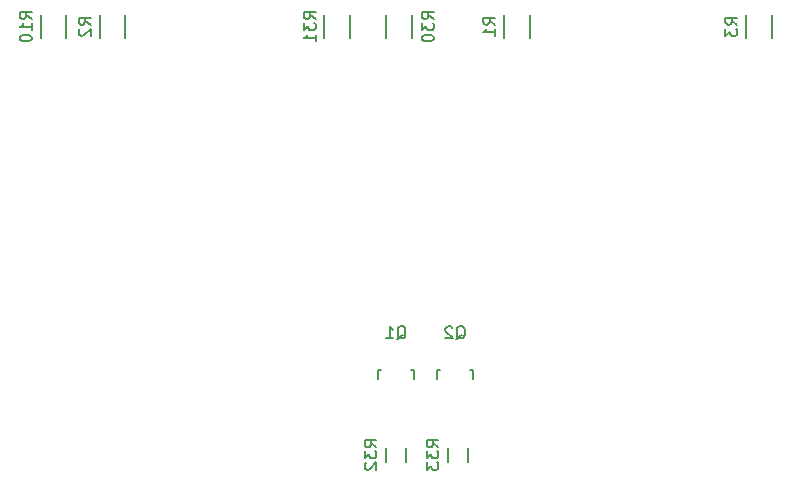
<source format=gbo>
G04 #@! TF.FileFunction,Legend,Bot*
%FSLAX46Y46*%
G04 Gerber Fmt 4.6, Leading zero omitted, Abs format (unit mm)*
G04 Created by KiCad (PCBNEW 4.0.4-stable) date 11/21/16 23:00:24*
%MOMM*%
%LPD*%
G01*
G04 APERTURE LIST*
%ADD10C,0.100000*%
%ADD11C,0.150000*%
G04 APERTURE END LIST*
D10*
D11*
X127125000Y-88600000D02*
X127125000Y-87400000D01*
X125375000Y-87400000D02*
X125375000Y-88600000D01*
X132375000Y-88600000D02*
X132375000Y-87400000D01*
X130625000Y-87400000D02*
X130625000Y-88600000D01*
X127749820Y-81550800D02*
X127749820Y-80849760D01*
X127749820Y-80849760D02*
X127500900Y-80849760D01*
X124950840Y-80849760D02*
X124750180Y-80849760D01*
X124750180Y-80849760D02*
X124750180Y-81550800D01*
X132749820Y-81550800D02*
X132749820Y-80849760D01*
X132749820Y-80849760D02*
X132500900Y-80849760D01*
X129950840Y-80849760D02*
X129750180Y-80849760D01*
X129750180Y-80849760D02*
X129750180Y-81550800D01*
X137575000Y-52750000D02*
X137575000Y-50750000D01*
X135425000Y-50750000D02*
X135425000Y-52750000D01*
X103325000Y-52750000D02*
X103325000Y-50750000D01*
X101175000Y-50750000D02*
X101175000Y-52750000D01*
X158075000Y-52750000D02*
X158075000Y-50750000D01*
X155925000Y-50750000D02*
X155925000Y-52750000D01*
X98325000Y-52750000D02*
X98325000Y-50750000D01*
X96175000Y-50750000D02*
X96175000Y-52750000D01*
X125425000Y-50750000D02*
X125425000Y-52750000D01*
X127575000Y-52750000D02*
X127575000Y-50750000D01*
X120175000Y-50750000D02*
X120175000Y-52750000D01*
X122325000Y-52750000D02*
X122325000Y-50750000D01*
X124602381Y-87357143D02*
X124126190Y-87023809D01*
X124602381Y-86785714D02*
X123602381Y-86785714D01*
X123602381Y-87166667D01*
X123650000Y-87261905D01*
X123697619Y-87309524D01*
X123792857Y-87357143D01*
X123935714Y-87357143D01*
X124030952Y-87309524D01*
X124078571Y-87261905D01*
X124126190Y-87166667D01*
X124126190Y-86785714D01*
X123602381Y-87690476D02*
X123602381Y-88309524D01*
X123983333Y-87976190D01*
X123983333Y-88119048D01*
X124030952Y-88214286D01*
X124078571Y-88261905D01*
X124173810Y-88309524D01*
X124411905Y-88309524D01*
X124507143Y-88261905D01*
X124554762Y-88214286D01*
X124602381Y-88119048D01*
X124602381Y-87833333D01*
X124554762Y-87738095D01*
X124507143Y-87690476D01*
X123697619Y-88690476D02*
X123650000Y-88738095D01*
X123602381Y-88833333D01*
X123602381Y-89071429D01*
X123650000Y-89166667D01*
X123697619Y-89214286D01*
X123792857Y-89261905D01*
X123888095Y-89261905D01*
X124030952Y-89214286D01*
X124602381Y-88642857D01*
X124602381Y-89261905D01*
X129852381Y-87357143D02*
X129376190Y-87023809D01*
X129852381Y-86785714D02*
X128852381Y-86785714D01*
X128852381Y-87166667D01*
X128900000Y-87261905D01*
X128947619Y-87309524D01*
X129042857Y-87357143D01*
X129185714Y-87357143D01*
X129280952Y-87309524D01*
X129328571Y-87261905D01*
X129376190Y-87166667D01*
X129376190Y-86785714D01*
X128852381Y-87690476D02*
X128852381Y-88309524D01*
X129233333Y-87976190D01*
X129233333Y-88119048D01*
X129280952Y-88214286D01*
X129328571Y-88261905D01*
X129423810Y-88309524D01*
X129661905Y-88309524D01*
X129757143Y-88261905D01*
X129804762Y-88214286D01*
X129852381Y-88119048D01*
X129852381Y-87833333D01*
X129804762Y-87738095D01*
X129757143Y-87690476D01*
X128852381Y-88642857D02*
X128852381Y-89261905D01*
X129233333Y-88928571D01*
X129233333Y-89071429D01*
X129280952Y-89166667D01*
X129328571Y-89214286D01*
X129423810Y-89261905D01*
X129661905Y-89261905D01*
X129757143Y-89214286D01*
X129804762Y-89166667D01*
X129852381Y-89071429D01*
X129852381Y-88785714D01*
X129804762Y-88690476D01*
X129757143Y-88642857D01*
X126345238Y-78237619D02*
X126440476Y-78190000D01*
X126535714Y-78094762D01*
X126678571Y-77951905D01*
X126773810Y-77904286D01*
X126869048Y-77904286D01*
X126821429Y-78142381D02*
X126916667Y-78094762D01*
X127011905Y-77999524D01*
X127059524Y-77809048D01*
X127059524Y-77475714D01*
X127011905Y-77285238D01*
X126916667Y-77190000D01*
X126821429Y-77142381D01*
X126630952Y-77142381D01*
X126535714Y-77190000D01*
X126440476Y-77285238D01*
X126392857Y-77475714D01*
X126392857Y-77809048D01*
X126440476Y-77999524D01*
X126535714Y-78094762D01*
X126630952Y-78142381D01*
X126821429Y-78142381D01*
X125440476Y-78142381D02*
X126011905Y-78142381D01*
X125726191Y-78142381D02*
X125726191Y-77142381D01*
X125821429Y-77285238D01*
X125916667Y-77380476D01*
X126011905Y-77428095D01*
X131345238Y-78237619D02*
X131440476Y-78190000D01*
X131535714Y-78094762D01*
X131678571Y-77951905D01*
X131773810Y-77904286D01*
X131869048Y-77904286D01*
X131821429Y-78142381D02*
X131916667Y-78094762D01*
X132011905Y-77999524D01*
X132059524Y-77809048D01*
X132059524Y-77475714D01*
X132011905Y-77285238D01*
X131916667Y-77190000D01*
X131821429Y-77142381D01*
X131630952Y-77142381D01*
X131535714Y-77190000D01*
X131440476Y-77285238D01*
X131392857Y-77475714D01*
X131392857Y-77809048D01*
X131440476Y-77999524D01*
X131535714Y-78094762D01*
X131630952Y-78142381D01*
X131821429Y-78142381D01*
X131011905Y-77237619D02*
X130964286Y-77190000D01*
X130869048Y-77142381D01*
X130630952Y-77142381D01*
X130535714Y-77190000D01*
X130488095Y-77237619D01*
X130440476Y-77332857D01*
X130440476Y-77428095D01*
X130488095Y-77570952D01*
X131059524Y-78142381D01*
X130440476Y-78142381D01*
X134652381Y-51583334D02*
X134176190Y-51250000D01*
X134652381Y-51011905D02*
X133652381Y-51011905D01*
X133652381Y-51392858D01*
X133700000Y-51488096D01*
X133747619Y-51535715D01*
X133842857Y-51583334D01*
X133985714Y-51583334D01*
X134080952Y-51535715D01*
X134128571Y-51488096D01*
X134176190Y-51392858D01*
X134176190Y-51011905D01*
X134652381Y-52535715D02*
X134652381Y-51964286D01*
X134652381Y-52250000D02*
X133652381Y-52250000D01*
X133795238Y-52154762D01*
X133890476Y-52059524D01*
X133938095Y-51964286D01*
X100402381Y-51583334D02*
X99926190Y-51250000D01*
X100402381Y-51011905D02*
X99402381Y-51011905D01*
X99402381Y-51392858D01*
X99450000Y-51488096D01*
X99497619Y-51535715D01*
X99592857Y-51583334D01*
X99735714Y-51583334D01*
X99830952Y-51535715D01*
X99878571Y-51488096D01*
X99926190Y-51392858D01*
X99926190Y-51011905D01*
X99497619Y-51964286D02*
X99450000Y-52011905D01*
X99402381Y-52107143D01*
X99402381Y-52345239D01*
X99450000Y-52440477D01*
X99497619Y-52488096D01*
X99592857Y-52535715D01*
X99688095Y-52535715D01*
X99830952Y-52488096D01*
X100402381Y-51916667D01*
X100402381Y-52535715D01*
X155152381Y-51583334D02*
X154676190Y-51250000D01*
X155152381Y-51011905D02*
X154152381Y-51011905D01*
X154152381Y-51392858D01*
X154200000Y-51488096D01*
X154247619Y-51535715D01*
X154342857Y-51583334D01*
X154485714Y-51583334D01*
X154580952Y-51535715D01*
X154628571Y-51488096D01*
X154676190Y-51392858D01*
X154676190Y-51011905D01*
X154152381Y-51916667D02*
X154152381Y-52535715D01*
X154533333Y-52202381D01*
X154533333Y-52345239D01*
X154580952Y-52440477D01*
X154628571Y-52488096D01*
X154723810Y-52535715D01*
X154961905Y-52535715D01*
X155057143Y-52488096D01*
X155104762Y-52440477D01*
X155152381Y-52345239D01*
X155152381Y-52059524D01*
X155104762Y-51964286D01*
X155057143Y-51916667D01*
X95402381Y-51107143D02*
X94926190Y-50773809D01*
X95402381Y-50535714D02*
X94402381Y-50535714D01*
X94402381Y-50916667D01*
X94450000Y-51011905D01*
X94497619Y-51059524D01*
X94592857Y-51107143D01*
X94735714Y-51107143D01*
X94830952Y-51059524D01*
X94878571Y-51011905D01*
X94926190Y-50916667D01*
X94926190Y-50535714D01*
X95402381Y-52059524D02*
X95402381Y-51488095D01*
X95402381Y-51773809D02*
X94402381Y-51773809D01*
X94545238Y-51678571D01*
X94640476Y-51583333D01*
X94688095Y-51488095D01*
X94402381Y-52678571D02*
X94402381Y-52773810D01*
X94450000Y-52869048D01*
X94497619Y-52916667D01*
X94592857Y-52964286D01*
X94783333Y-53011905D01*
X95021429Y-53011905D01*
X95211905Y-52964286D01*
X95307143Y-52916667D01*
X95354762Y-52869048D01*
X95402381Y-52773810D01*
X95402381Y-52678571D01*
X95354762Y-52583333D01*
X95307143Y-52535714D01*
X95211905Y-52488095D01*
X95021429Y-52440476D01*
X94783333Y-52440476D01*
X94592857Y-52488095D01*
X94497619Y-52535714D01*
X94450000Y-52583333D01*
X94402381Y-52678571D01*
X129452381Y-51107143D02*
X128976190Y-50773809D01*
X129452381Y-50535714D02*
X128452381Y-50535714D01*
X128452381Y-50916667D01*
X128500000Y-51011905D01*
X128547619Y-51059524D01*
X128642857Y-51107143D01*
X128785714Y-51107143D01*
X128880952Y-51059524D01*
X128928571Y-51011905D01*
X128976190Y-50916667D01*
X128976190Y-50535714D01*
X128452381Y-51440476D02*
X128452381Y-52059524D01*
X128833333Y-51726190D01*
X128833333Y-51869048D01*
X128880952Y-51964286D01*
X128928571Y-52011905D01*
X129023810Y-52059524D01*
X129261905Y-52059524D01*
X129357143Y-52011905D01*
X129404762Y-51964286D01*
X129452381Y-51869048D01*
X129452381Y-51583333D01*
X129404762Y-51488095D01*
X129357143Y-51440476D01*
X128452381Y-52678571D02*
X128452381Y-52773810D01*
X128500000Y-52869048D01*
X128547619Y-52916667D01*
X128642857Y-52964286D01*
X128833333Y-53011905D01*
X129071429Y-53011905D01*
X129261905Y-52964286D01*
X129357143Y-52916667D01*
X129404762Y-52869048D01*
X129452381Y-52773810D01*
X129452381Y-52678571D01*
X129404762Y-52583333D01*
X129357143Y-52535714D01*
X129261905Y-52488095D01*
X129071429Y-52440476D01*
X128833333Y-52440476D01*
X128642857Y-52488095D01*
X128547619Y-52535714D01*
X128500000Y-52583333D01*
X128452381Y-52678571D01*
X119452381Y-51107143D02*
X118976190Y-50773809D01*
X119452381Y-50535714D02*
X118452381Y-50535714D01*
X118452381Y-50916667D01*
X118500000Y-51011905D01*
X118547619Y-51059524D01*
X118642857Y-51107143D01*
X118785714Y-51107143D01*
X118880952Y-51059524D01*
X118928571Y-51011905D01*
X118976190Y-50916667D01*
X118976190Y-50535714D01*
X118452381Y-51440476D02*
X118452381Y-52059524D01*
X118833333Y-51726190D01*
X118833333Y-51869048D01*
X118880952Y-51964286D01*
X118928571Y-52011905D01*
X119023810Y-52059524D01*
X119261905Y-52059524D01*
X119357143Y-52011905D01*
X119404762Y-51964286D01*
X119452381Y-51869048D01*
X119452381Y-51583333D01*
X119404762Y-51488095D01*
X119357143Y-51440476D01*
X119452381Y-53011905D02*
X119452381Y-52440476D01*
X119452381Y-52726190D02*
X118452381Y-52726190D01*
X118595238Y-52630952D01*
X118690476Y-52535714D01*
X118738095Y-52440476D01*
M02*

</source>
